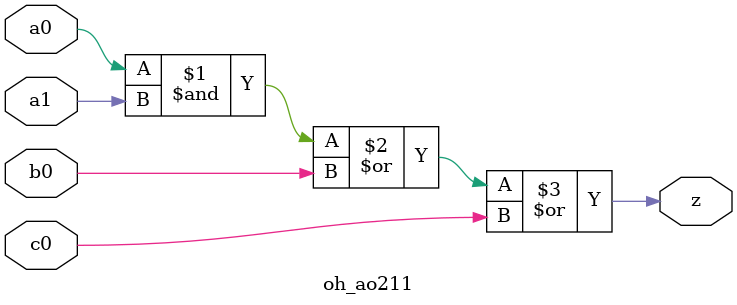
<source format=v>


module oh_ao211 #(parameter DW = 1 ) // array width
   (
    input [DW-1:0]  a0,
    input [DW-1:0]  a1,
    input [DW-1:0]  b0,
    input [DW-1:0]  c0, 
    output [DW-1:0] z
    );
   
   assign z = (a0 & a1) | b0 | c0;
   
endmodule

</source>
